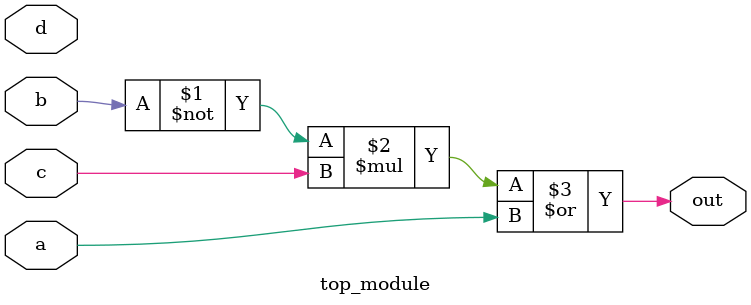
<source format=v>
module top_module(
    input a,
    input b,
    input c,
    input d,
    output out  ); 
    
    assign out =~b*c | a;

endmodule
</source>
